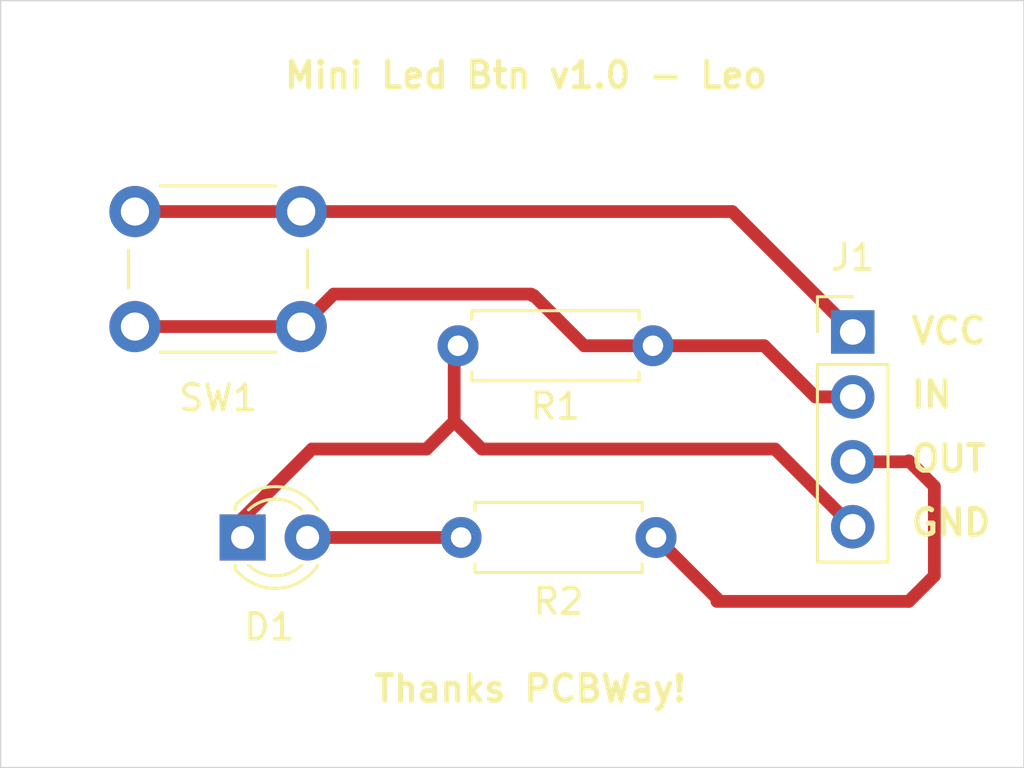
<source format=kicad_pcb>
(kicad_pcb (version 20241229) (generator "pcbnew") (generator_version "9.0")
  (layers (0 "F.Cu" signal) (2 "B.Cu" signal) (13 "F.Paste" user) (15 "B.Paste" user) (5 "F.SilkS" user "F.Silkscreen") (7 "B.SilkS" user "B.Silkscreen") (1 "F.Mask" user) (3 "B.Mask" user) (25 "Edge.Cuts" user))
  (net 0 "")
  (net 1 "Net-(D1-A)")
  (net 2 "GND")
  (net 3 "VCC")
  (net 4 "/D_IN")
  (net 5 "/D_OUT")
  (footprint "MountingHole:MountingHole_2.2mm_M2" (layer "F.Cu") (at 127.31 89)
    (property "Reference" "REF**" (hide yes))
    (property "Value" "MountingHole_2.2mm_M2" (hide yes))
    (pad "" np_thru_hole circle (at 0 0) (size 2.2 2.2) (drill 2.2) (layers "*.Cu" "*.Mask"))
  )
  (footprint "Resistor_THT:R_Axial_DIN0207_L6.3mm_D2.5mm_P7.62mm_Horizontal" (layer "F.Cu") (at 149.31 99 180)
    (property "Reference" "R1" (at 3.81 -2.37 180) (layer "F.SilkS"))
    (property "Value" "10k" (hide yes))
    (fp_line (start 7.08 1.37) (end 7.08 1.04) (stroke (width 0.12)) (layer "F.SilkS"))
    (fp_line (start 7.08 -1.37) (end 7.08 -1.04) (stroke (width 0.12)) (layer "F.SilkS"))
    (fp_line (start 0.54 1.37) (end 7.08 1.37) (stroke (width 0.12)) (layer "F.SilkS"))
    (fp_line (start 0.54 1.04) (end 0.54 1.37) (stroke (width 0.12)) (layer "F.SilkS"))
    (fp_line (start 0.54 -1.04) (end 0.54 -1.37) (stroke (width 0.12)) (layer "F.SilkS"))
    (fp_line (start 0.54 -1.37) (end 7.08 -1.37) (stroke (width 0.12)) (layer "F.SilkS"))
    (pad "1" thru_hole circle (at 0 0 180) (size 1.6 1.6) (drill 0.8) (layers "*.Cu" "*.Mask") (net 4 "/D_IN"))
    (pad "2" thru_hole circle (at 7.62 0 180) (size 1.6 1.6) (drill 0.8) (layers "*.Cu" "*.Mask") (net 2 "GND"))
  )
  (footprint "Button_Switch_THT:SW_PUSH_6mm" (layer "F.Cu") (at 129.06 93.75)
    (property "Reference" "SW1" (at 3.25 7.29 0) (layer "F.SilkS"))
    (property "Value" "SW_Push" (hide yes))
    (fp_line (start -0.25 1.5) (end -0.25 3) (stroke (width 0.12)) (layer "F.SilkS"))
    (fp_line (start 1 5.5) (end 5.5 5.5) (stroke (width 0.12)) (layer "F.SilkS"))
    (fp_line (start 5.5 -1) (end 1 -1) (stroke (width 0.12)) (layer "F.SilkS"))
    (fp_line (start 6.75 3) (end 6.75 1.5) (stroke (width 0.12)) (layer "F.SilkS"))
    (pad "1" thru_hole circle (at 0 0 90) (size 2 2) (drill 1.1) (layers "*.Cu" "*.Mask") (net 3 "VCC"))
    (pad "1" thru_hole circle (at 6.5 0 90) (size 2 2) (drill 1.1) (layers "*.Cu" "*.Mask") (net 3 "VCC"))
    (pad "2" thru_hole circle (at 0 4.5 90) (size 2 2) (drill 1.1) (layers "*.Cu" "*.Mask") (net 4 "/D_IN"))
    (pad "2" thru_hole circle (at 6.5 4.5 90) (size 2 2) (drill 1.1) (layers "*.Cu" "*.Mask") (net 4 "/D_IN"))
  )
  (footprint "MountingHole:MountingHole_2.2mm_M2" (layer "F.Cu") (at 127.31 112)
    (property "Reference" "REF**" (hide yes))
    (property "Value" "MountingHole_2.2mm_M2" (hide yes))
    (pad "" np_thru_hole circle (at 0 0) (size 2.2 2.2) (drill 2.2) (layers "*.Cu" "*.Mask"))
  )
  (footprint "LED_THT:LED_D3.0mm" (layer "F.Cu") (at 133.27 106.5)
    (property "Reference" "D1" (at 1.04 3.5 0) (layer "F.SilkS"))
    (property "Value" "LED" (hide yes))
    (fp_line (start -0.29 -1.236) (end -0.29 -1.08) (stroke (width 0.12)) (layer "F.SilkS"))
    (fp_line (start -0.29 1.08) (end -0.29 1.236) (stroke (width 0.12)) (layer "F.SilkS"))
    (fp_arc (start -0.29 -1.235516) (mid 1.36566 -1.987699) (end 2.941437 -1.08) (stroke (width 0.12)) (layer "F.SilkS"))
    (fp_arc (start 0.229039 -1.08) (mid 1.27 -1.5) (end 2.310961 -1.08) (stroke (width 0.12)) (layer "F.SilkS"))
    (fp_arc (start 2.310961 1.08) (mid 1.27 1.5) (end 0.229039 1.08) (stroke (width 0.12)) (layer "F.SilkS"))
    (fp_arc (start 2.941437 1.08) (mid 1.36566 1.987699) (end -0.29 1.235516) (stroke (width 0.12)) (layer "F.SilkS"))
    (pad "1" thru_hole rect (at 0 0) (size 1.8 1.8) (drill 0.9) (layers "*.Cu" "*.Mask") (net 2 "GND"))
    (pad "2" thru_hole circle (at 2.54 0) (size 1.8 1.8) (drill 0.9) (layers "*.Cu" "*.Mask") (net 1 "Net-(D1-A)"))
  )
  (footprint "MountingHole:MountingHole_2.2mm_M2" (layer "F.Cu") (at 160.31 89)
    (property "Reference" "REF**" (hide yes))
    (property "Value" "MountingHole_2.2mm_M2" (hide yes))
    (pad "" np_thru_hole circle (at 0 0) (size 2.2 2.2) (drill 2.2) (layers "*.Cu" "*.Mask"))
  )
  (footprint "MountingHole:MountingHole_2.2mm_M2" (layer "F.Cu") (at 160.31 112)
    (property "Reference" "REF**" (hide yes))
    (property "Value" "MountingHole_2.2mm_M2" (hide yes))
    (pad "" np_thru_hole circle (at 0 0) (size 2.2 2.2) (drill 2.2) (layers "*.Cu" "*.Mask"))
  )
  (footprint "Resistor_THT:R_Axial_DIN0207_L6.3mm_D2.5mm_P7.62mm_Horizontal" (layer "F.Cu") (at 141.81 106.5)
    (property "Reference" "R2" (at 3.81 2.5 0) (layer "F.SilkS"))
    (property "Value" "330R" (hide yes))
    (fp_line (start 0.54 -1.37) (end 7.08 -1.37) (stroke (width 0.12)) (layer "F.SilkS"))
    (fp_line (start 0.54 -1.04) (end 0.54 -1.37) (stroke (width 0.12)) (layer "F.SilkS"))
    (fp_line (start 0.54 1.04) (end 0.54 1.37) (stroke (width 0.12)) (layer "F.SilkS"))
    (fp_line (start 0.54 1.37) (end 7.08 1.37) (stroke (width 0.12)) (layer "F.SilkS"))
    (fp_line (start 7.08 -1.37) (end 7.08 -1.04) (stroke (width 0.12)) (layer "F.SilkS"))
    (fp_line (start 7.08 1.37) (end 7.08 1.04) (stroke (width 0.12)) (layer "F.SilkS"))
    (pad "1" thru_hole circle (at 0 0) (size 1.6 1.6) (drill 0.8) (layers "*.Cu" "*.Mask") (net 1 "Net-(D1-A)"))
    (pad "2" thru_hole circle (at 7.62 0) (size 1.6 1.6) (drill 0.8) (layers "*.Cu" "*.Mask") (net 5 "/D_OUT"))
  )
  (footprint "Connector_PinHeader_2.54mm:PinHeader_1x04_P2.54mm_Vertical" (layer "F.Cu") (at 157.12 98.46)
    (property "Reference" "J1" (at 0 -2.92 0) (layer "F.SilkS"))
    (property "Value" "Conn_01x04" (hide yes))
    (fp_line (start -1.38 -1.38) (end 0 -1.38) (stroke (width 0.12)) (layer "F.SilkS"))
    (fp_line (start -1.38 0) (end -1.38 -1.38) (stroke (width 0.12)) (layer "F.SilkS"))
    (fp_line (start -1.38 1.27) (end -1.38 9) (stroke (width 0.12)) (layer "F.SilkS"))
    (fp_line (start -1.38 1.27) (end 1.38 1.27) (stroke (width 0.12)) (layer "F.SilkS"))
    (fp_line (start -1.38 9) (end 1.38 9) (stroke (width 0.12)) (layer "F.SilkS"))
    (fp_line (start 1.38 1.27) (end 1.38 9) (stroke (width 0.12)) (layer "F.SilkS"))
    (pad "1" thru_hole rect (at 0 0) (size 1.7 1.7) (drill 1) (layers "*.Cu" "*.Mask") (net 3 "VCC"))
    (pad "2" thru_hole circle (at 0 2.54) (size 1.7 1.7) (drill 1) (layers "*.Cu" "*.Mask") (net 4 "/D_IN"))
    (pad "3" thru_hole circle (at 0 5.08) (size 1.7 1.7) (drill 1) (layers "*.Cu" "*.Mask") (net 5 "/D_OUT"))
    (pad "4" thru_hole circle (at 0 7.62) (size 1.7 1.7) (drill 1) (layers "*.Cu" "*.Mask") (net 2 "GND"))
  )
  (gr_rect (start 123.81 85.5) (end 163.81 115.5) (stroke (width 0.05)) (fill no) (layer "Edge.Cuts"))
  (gr_text "VCC" (at 159.31 99 0) (layer "F.SilkS") (effects (font (size 1 1) (thickness 0.2) (bold yes)) (justify left bottom)))
  (gr_text "IN" (at 159.31 101.5 0) (layer "F.SilkS") (effects (font (size 1 1) (thickness 0.2) (bold yes)) (justify left bottom)))
  (gr_text "OUT" (at 159.31 104 0) (layer "F.SilkS") (effects (font (size 1 1) (thickness 0.2) (bold yes)) (justify left bottom)))
  (gr_text "GND" (at 159.31 106.5 0) (layer "F.SilkS") (effects (font (size 1 1) (thickness 0.2) (bold yes)) (justify left bottom)))
  (gr_text "Mini Led Btn v1.0 - Leo" (at 134.81 89 0) (layer "F.SilkS") (effects (font (size 1 1) (thickness 0.2) (bold yes)) (justify left bottom)))
  (gr_text "Thanks PCBWay!" (at 138.31 113 0) (layer "F.SilkS") (effects (font (size 1 1) (thickness 0.2) (bold yes)) (justify left bottom)))
  (segment (start 135.81 106.5) (end 141.81 106.5) (width 0.5) (layer "F.Cu") (net 1))
  (segment (start 157.12 106.08) (end 154.08 103.04) (width 0.5) (layer "F.Cu") (net 2))
  (segment (start 142.62 103.04) (end 141.54 101.96) (width 0.5) (layer "F.Cu") (net 2))
  (segment (start 133.27 105.75) (end 133.27 105.799) (width 0.5) (layer "F.Cu") (net 2))
  (segment (start 140.46 103.04) (end 135.98 103.04) (width 0.5) (layer "F.Cu") (net 2))
  (segment (start 141.54 101.96) (end 141.54 99) (width 0.5) (layer "F.Cu") (net 2))
  (segment (start 154.08 103.04) (end 142.62 103.04) (width 0.5) (layer "F.Cu") (net 2))
  (segment (start 141.54 101.96) (end 140.46 103.04) (width 0.5) (layer "F.Cu") (net 2))
  (segment (start 135.98 103.04) (end 133.27 105.75) (width 0.5) (layer "F.Cu") (net 2))
  (segment (start 152.41 93.75) (end 157.12 98.46) (width 0.5) (layer "F.Cu") (net 3))
  (segment (start 152.41 93.75) (end 135.56 93.75) (width 0.5) (layer "F.Cu") (net 3))
  (segment (start 135.56 93.75) (end 129.06 93.75) (width 0.5) (layer "F.Cu") (net 3))
  (segment (start 144.54 96.98) (end 136.83 96.98) (width 0.5) (layer "F.Cu") (net 4))
  (segment (start 157.12 101) (end 155.66 101) (width 0.5) (layer "F.Cu") (net 4))
  (segment (start 144.6 97.04) (end 144.54 96.98) (width 0.5) (layer "F.Cu") (net 4))
  (segment (start 146.62 99) (end 149.31 99) (width 0.5) (layer "F.Cu") (net 4))
  (segment (start 144.66 97.04) (end 144.6 97.04) (width 0.5) (layer "F.Cu") (net 4))
  (segment (start 136.83 96.98) (end 135.56 98.25) (width 0.5) (layer "F.Cu") (net 4))
  (segment (start 146.62 99) (end 144.66 97.04) (width 0.5) (layer "F.Cu") (net 4))
  (segment (start 155.66 101) (end 153.66 99) (width 0.5) (layer "F.Cu") (net 4))
  (segment (start 153.66 99) (end 149.31 99) (width 0.5) (layer "F.Cu") (net 4))
  (segment (start 135.56 98.25) (end 129.06 98.25) (width 0.5) (layer "F.Cu") (net 4))
  (segment (start 157.77 103.54) (end 157.81 103.5) (width 0.2) (layer "F.Cu") (net 5))
  (segment (start 151.81 109) (end 151.81 108.88) (width 0.2) (layer "F.Cu") (net 5))
  (segment (start 151.81 108.88) (end 149.43 106.5) (width 0.5) (layer "F.Cu") (net 5))
  (segment (start 160.31 104.5) (end 160.31 108) (width 0.5) (layer "F.Cu") (net 5))
  (segment (start 159.27 103.54) (end 159.31 103.5) (width 0.2) (layer "F.Cu") (net 5))
  (segment (start 159.31 103.5) (end 160.31 104.5) (width 0.5) (layer "F.Cu") (net 5))
  (segment (start 157.12 103.54) (end 159.27 103.54) (width 0.5) (layer "F.Cu") (net 5))
  (segment (start 157.12 103.54) (end 157.77 103.54) (width 0.2) (layer "F.Cu") (net 5))
  (segment (start 159.31 109) (end 151.81 109) (width 0.5) (layer "F.Cu") (net 5))
  (segment (start 160.31 108) (end 159.31 109) (width 0.5) (layer "F.Cu") (net 5))
)
</source>
